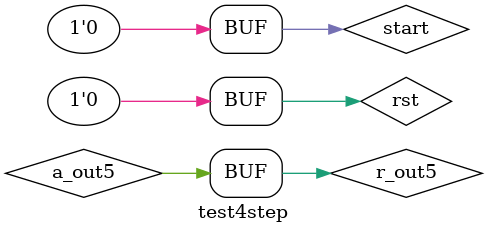
<source format=v>
module test4step;
    reg start, rst;
    wire r_in1, a_out1, a_in1, r_out1, f1;
    wire r_in2, a_out2, a_in2, r_out2, f2;
    wire r_in3, a_out3, a_in3, r_out3, f3;
    wire r_in4, a_out4, a_in4, r_out4, f4;
    wire r_in5, a_out5, a_in5, r_out5, f5;

    q_4step stage1(start, rst, r_in1, a_out1, a_in1, r_out1, f1);
    q_4step stage2(start, rst, r_in2, a_out2, a_in2, r_out2, f2);
    q_4step stage3(start, rst, r_in3, a_out3, a_in3, r_out3, f3);
    q_4step stage4(start, rst, r_in4, a_out4, a_in4, r_out4, f4);
    q_4step stage5(start, rst, r_in5, a_out5, a_in5, r_out5, f5);

    buf
        (r_in2, r_out1),
        (a_out1, a_in2),
        (r_in3, r_out2),
        (a_out2, a_in3),
        (r_in4, r_out3),
        (a_out3, a_in4),
        (r_in5, r_out4),
        (a_out4, a_in5);
    buf
    #10 (a_out5, r_out5);
    not
    #10 (r_in1, a_in1);

    initial
        begin 
            $dumpfile("test4step.vcd");
            $dumpvars(0,test4step);
            #0      start=1; rst=1;
            #20     start=0; rst=1;
            #20     start=0; rst=0;
        end

endmodule // testqstage

</source>
